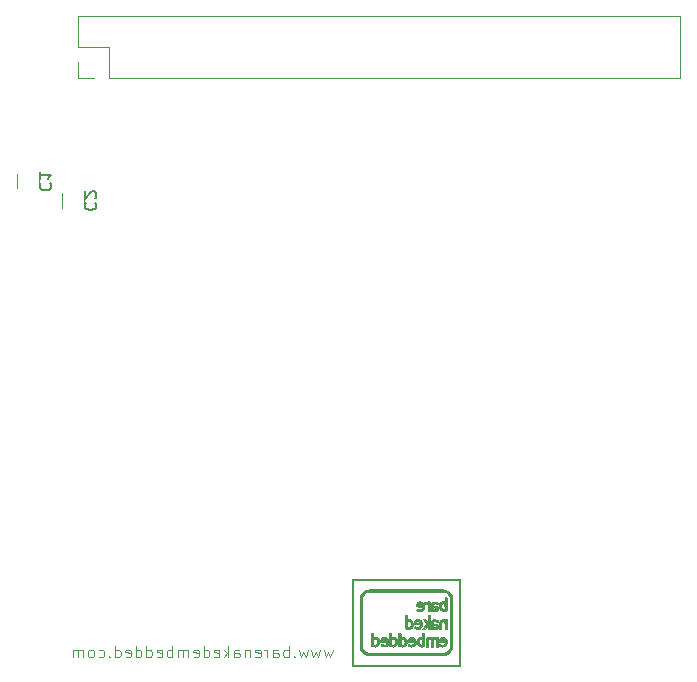
<source format=gbo>
G04 #@! TF.GenerationSoftware,KiCad,Pcbnew,(5.1.6-0-10_14)*
G04 #@! TF.CreationDate,2023-11-11T16:14:15-08:00*
G04 #@! TF.ProjectId,RaspberryPiProtoHat,52617370-6265-4727-9279-506950726f74,rev?*
G04 #@! TF.SameCoordinates,Original*
G04 #@! TF.FileFunction,Legend,Bot*
G04 #@! TF.FilePolarity,Positive*
%FSLAX46Y46*%
G04 Gerber Fmt 4.6, Leading zero omitted, Abs format (unit mm)*
G04 Created by KiCad (PCBNEW (5.1.6-0-10_14)) date 2023-11-11 16:14:15*
%MOMM*%
%LPD*%
G01*
G04 APERTURE LIST*
%ADD10C,0.075000*%
%ADD11C,0.120000*%
%ADD12C,0.010000*%
%ADD13C,0.150000*%
G04 APERTURE END LIST*
D10*
X228573619Y-148515714D02*
X228383142Y-149182380D01*
X228192666Y-148706190D01*
X228002190Y-149182380D01*
X227811714Y-148515714D01*
X227526000Y-148515714D02*
X227335523Y-149182380D01*
X227145047Y-148706190D01*
X226954571Y-149182380D01*
X226764095Y-148515714D01*
X226478380Y-148515714D02*
X226287904Y-149182380D01*
X226097428Y-148706190D01*
X225906952Y-149182380D01*
X225716476Y-148515714D01*
X225335523Y-149087142D02*
X225287904Y-149134761D01*
X225335523Y-149182380D01*
X225383142Y-149134761D01*
X225335523Y-149087142D01*
X225335523Y-149182380D01*
X224859333Y-149182380D02*
X224859333Y-148182380D01*
X224859333Y-148563333D02*
X224764095Y-148515714D01*
X224573619Y-148515714D01*
X224478380Y-148563333D01*
X224430761Y-148610952D01*
X224383142Y-148706190D01*
X224383142Y-148991904D01*
X224430761Y-149087142D01*
X224478380Y-149134761D01*
X224573619Y-149182380D01*
X224764095Y-149182380D01*
X224859333Y-149134761D01*
X223526000Y-149182380D02*
X223526000Y-148658571D01*
X223573619Y-148563333D01*
X223668857Y-148515714D01*
X223859333Y-148515714D01*
X223954571Y-148563333D01*
X223526000Y-149134761D02*
X223621238Y-149182380D01*
X223859333Y-149182380D01*
X223954571Y-149134761D01*
X224002190Y-149039523D01*
X224002190Y-148944285D01*
X223954571Y-148849047D01*
X223859333Y-148801428D01*
X223621238Y-148801428D01*
X223526000Y-148753809D01*
X223049809Y-149182380D02*
X223049809Y-148515714D01*
X223049809Y-148706190D02*
X223002190Y-148610952D01*
X222954571Y-148563333D01*
X222859333Y-148515714D01*
X222764095Y-148515714D01*
X222049809Y-149134761D02*
X222145047Y-149182380D01*
X222335523Y-149182380D01*
X222430761Y-149134761D01*
X222478380Y-149039523D01*
X222478380Y-148658571D01*
X222430761Y-148563333D01*
X222335523Y-148515714D01*
X222145047Y-148515714D01*
X222049809Y-148563333D01*
X222002190Y-148658571D01*
X222002190Y-148753809D01*
X222478380Y-148849047D01*
X221573619Y-148515714D02*
X221573619Y-149182380D01*
X221573619Y-148610952D02*
X221526000Y-148563333D01*
X221430761Y-148515714D01*
X221287904Y-148515714D01*
X221192666Y-148563333D01*
X221145047Y-148658571D01*
X221145047Y-149182380D01*
X220240285Y-149182380D02*
X220240285Y-148658571D01*
X220287904Y-148563333D01*
X220383142Y-148515714D01*
X220573619Y-148515714D01*
X220668857Y-148563333D01*
X220240285Y-149134761D02*
X220335523Y-149182380D01*
X220573619Y-149182380D01*
X220668857Y-149134761D01*
X220716476Y-149039523D01*
X220716476Y-148944285D01*
X220668857Y-148849047D01*
X220573619Y-148801428D01*
X220335523Y-148801428D01*
X220240285Y-148753809D01*
X219764095Y-149182380D02*
X219764095Y-148182380D01*
X219668857Y-148801428D02*
X219383142Y-149182380D01*
X219383142Y-148515714D02*
X219764095Y-148896666D01*
X218573619Y-149134761D02*
X218668857Y-149182380D01*
X218859333Y-149182380D01*
X218954571Y-149134761D01*
X219002190Y-149039523D01*
X219002190Y-148658571D01*
X218954571Y-148563333D01*
X218859333Y-148515714D01*
X218668857Y-148515714D01*
X218573619Y-148563333D01*
X218526000Y-148658571D01*
X218526000Y-148753809D01*
X219002190Y-148849047D01*
X217668857Y-149182380D02*
X217668857Y-148182380D01*
X217668857Y-149134761D02*
X217764095Y-149182380D01*
X217954571Y-149182380D01*
X218049809Y-149134761D01*
X218097428Y-149087142D01*
X218145047Y-148991904D01*
X218145047Y-148706190D01*
X218097428Y-148610952D01*
X218049809Y-148563333D01*
X217954571Y-148515714D01*
X217764095Y-148515714D01*
X217668857Y-148563333D01*
X216811714Y-149134761D02*
X216906952Y-149182380D01*
X217097428Y-149182380D01*
X217192666Y-149134761D01*
X217240285Y-149039523D01*
X217240285Y-148658571D01*
X217192666Y-148563333D01*
X217097428Y-148515714D01*
X216906952Y-148515714D01*
X216811714Y-148563333D01*
X216764095Y-148658571D01*
X216764095Y-148753809D01*
X217240285Y-148849047D01*
X216335523Y-149182380D02*
X216335523Y-148515714D01*
X216335523Y-148610952D02*
X216287904Y-148563333D01*
X216192666Y-148515714D01*
X216049809Y-148515714D01*
X215954571Y-148563333D01*
X215906952Y-148658571D01*
X215906952Y-149182380D01*
X215906952Y-148658571D02*
X215859333Y-148563333D01*
X215764095Y-148515714D01*
X215621238Y-148515714D01*
X215526000Y-148563333D01*
X215478380Y-148658571D01*
X215478380Y-149182380D01*
X215002190Y-149182380D02*
X215002190Y-148182380D01*
X215002190Y-148563333D02*
X214906952Y-148515714D01*
X214716476Y-148515714D01*
X214621238Y-148563333D01*
X214573619Y-148610952D01*
X214526000Y-148706190D01*
X214526000Y-148991904D01*
X214573619Y-149087142D01*
X214621238Y-149134761D01*
X214716476Y-149182380D01*
X214906952Y-149182380D01*
X215002190Y-149134761D01*
X213716476Y-149134761D02*
X213811714Y-149182380D01*
X214002190Y-149182380D01*
X214097428Y-149134761D01*
X214145047Y-149039523D01*
X214145047Y-148658571D01*
X214097428Y-148563333D01*
X214002190Y-148515714D01*
X213811714Y-148515714D01*
X213716476Y-148563333D01*
X213668857Y-148658571D01*
X213668857Y-148753809D01*
X214145047Y-148849047D01*
X212811714Y-149182380D02*
X212811714Y-148182380D01*
X212811714Y-149134761D02*
X212906952Y-149182380D01*
X213097428Y-149182380D01*
X213192666Y-149134761D01*
X213240285Y-149087142D01*
X213287904Y-148991904D01*
X213287904Y-148706190D01*
X213240285Y-148610952D01*
X213192666Y-148563333D01*
X213097428Y-148515714D01*
X212906952Y-148515714D01*
X212811714Y-148563333D01*
X211906952Y-149182380D02*
X211906952Y-148182380D01*
X211906952Y-149134761D02*
X212002190Y-149182380D01*
X212192666Y-149182380D01*
X212287904Y-149134761D01*
X212335523Y-149087142D01*
X212383142Y-148991904D01*
X212383142Y-148706190D01*
X212335523Y-148610952D01*
X212287904Y-148563333D01*
X212192666Y-148515714D01*
X212002190Y-148515714D01*
X211906952Y-148563333D01*
X211049809Y-149134761D02*
X211145047Y-149182380D01*
X211335523Y-149182380D01*
X211430761Y-149134761D01*
X211478380Y-149039523D01*
X211478380Y-148658571D01*
X211430761Y-148563333D01*
X211335523Y-148515714D01*
X211145047Y-148515714D01*
X211049809Y-148563333D01*
X211002190Y-148658571D01*
X211002190Y-148753809D01*
X211478380Y-148849047D01*
X210145047Y-149182380D02*
X210145047Y-148182380D01*
X210145047Y-149134761D02*
X210240285Y-149182380D01*
X210430761Y-149182380D01*
X210526000Y-149134761D01*
X210573619Y-149087142D01*
X210621238Y-148991904D01*
X210621238Y-148706190D01*
X210573619Y-148610952D01*
X210526000Y-148563333D01*
X210430761Y-148515714D01*
X210240285Y-148515714D01*
X210145047Y-148563333D01*
X209668857Y-149087142D02*
X209621238Y-149134761D01*
X209668857Y-149182380D01*
X209716476Y-149134761D01*
X209668857Y-149087142D01*
X209668857Y-149182380D01*
X208764095Y-149134761D02*
X208859333Y-149182380D01*
X209049809Y-149182380D01*
X209145047Y-149134761D01*
X209192666Y-149087142D01*
X209240285Y-148991904D01*
X209240285Y-148706190D01*
X209192666Y-148610952D01*
X209145047Y-148563333D01*
X209049809Y-148515714D01*
X208859333Y-148515714D01*
X208764095Y-148563333D01*
X208192666Y-149182380D02*
X208287904Y-149134761D01*
X208335523Y-149087142D01*
X208383142Y-148991904D01*
X208383142Y-148706190D01*
X208335523Y-148610952D01*
X208287904Y-148563333D01*
X208192666Y-148515714D01*
X208049809Y-148515714D01*
X207954571Y-148563333D01*
X207906952Y-148610952D01*
X207859333Y-148706190D01*
X207859333Y-148991904D01*
X207906952Y-149087142D01*
X207954571Y-149134761D01*
X208049809Y-149182380D01*
X208192666Y-149182380D01*
X207430761Y-149182380D02*
X207430761Y-148515714D01*
X207430761Y-148610952D02*
X207383142Y-148563333D01*
X207287904Y-148515714D01*
X207145047Y-148515714D01*
X207049809Y-148563333D01*
X207002190Y-148658571D01*
X207002190Y-149182380D01*
X207002190Y-148658571D02*
X206954571Y-148563333D01*
X206859333Y-148515714D01*
X206716476Y-148515714D01*
X206621238Y-148563333D01*
X206573619Y-148658571D01*
X206573619Y-149182380D01*
D11*
X205694000Y-111108064D02*
X205694000Y-109903936D01*
X207514000Y-111108064D02*
X207514000Y-109903936D01*
X201884000Y-109454064D02*
X201884000Y-108249936D01*
X203704000Y-109454064D02*
X203704000Y-108249936D01*
D12*
G36*
X235846296Y-144461361D02*
G01*
X235757273Y-144506017D01*
X235694066Y-144579381D01*
X235658139Y-144679969D01*
X235650086Y-144760389D01*
X235647923Y-144871154D01*
X235909133Y-144876622D01*
X236170344Y-144882090D01*
X236157774Y-144944939D01*
X236137490Y-145001449D01*
X236108790Y-145044201D01*
X236054605Y-145074662D01*
X235976379Y-145089035D01*
X235886138Y-145086276D01*
X235810242Y-145070080D01*
X235718561Y-145041734D01*
X235697896Y-145101013D01*
X235681374Y-145155826D01*
X235684489Y-145187527D01*
X235712278Y-145209253D01*
X235744988Y-145223843D01*
X235797640Y-145237074D01*
X235873937Y-145246161D01*
X235960016Y-145250589D01*
X236042019Y-145249841D01*
X236106086Y-145243402D01*
X236126615Y-145238056D01*
X236213072Y-145186157D01*
X236278666Y-145107975D01*
X236322104Y-145011051D01*
X236342098Y-144902923D01*
X236337355Y-144791131D01*
X236318390Y-144724616D01*
X236135496Y-144724616D01*
X235974748Y-144724616D01*
X235901032Y-144722845D01*
X235845114Y-144718129D01*
X235816111Y-144711365D01*
X235814000Y-144708812D01*
X235824437Y-144682150D01*
X235841408Y-144655525D01*
X235886372Y-144624026D01*
X235949144Y-144615801D01*
X236016788Y-144630003D01*
X236076371Y-144665781D01*
X236082210Y-144671329D01*
X236135496Y-144724616D01*
X236318390Y-144724616D01*
X236306584Y-144683215D01*
X236248496Y-144586714D01*
X236239880Y-144576545D01*
X236158741Y-144502010D01*
X236070587Y-144460663D01*
X235963390Y-144446939D01*
X235959669Y-144446895D01*
X235846296Y-144461361D01*
G37*
X235846296Y-144461361D02*
X235757273Y-144506017D01*
X235694066Y-144579381D01*
X235658139Y-144679969D01*
X235650086Y-144760389D01*
X235647923Y-144871154D01*
X235909133Y-144876622D01*
X236170344Y-144882090D01*
X236157774Y-144944939D01*
X236137490Y-145001449D01*
X236108790Y-145044201D01*
X236054605Y-145074662D01*
X235976379Y-145089035D01*
X235886138Y-145086276D01*
X235810242Y-145070080D01*
X235718561Y-145041734D01*
X235697896Y-145101013D01*
X235681374Y-145155826D01*
X235684489Y-145187527D01*
X235712278Y-145209253D01*
X235744988Y-145223843D01*
X235797640Y-145237074D01*
X235873937Y-145246161D01*
X235960016Y-145250589D01*
X236042019Y-145249841D01*
X236106086Y-145243402D01*
X236126615Y-145238056D01*
X236213072Y-145186157D01*
X236278666Y-145107975D01*
X236322104Y-145011051D01*
X236342098Y-144902923D01*
X236337355Y-144791131D01*
X236318390Y-144724616D01*
X236135496Y-144724616D01*
X235974748Y-144724616D01*
X235901032Y-144722845D01*
X235845114Y-144718129D01*
X235816111Y-144711365D01*
X235814000Y-144708812D01*
X235824437Y-144682150D01*
X235841408Y-144655525D01*
X235886372Y-144624026D01*
X235949144Y-144615801D01*
X236016788Y-144630003D01*
X236076371Y-144665781D01*
X236082210Y-144671329D01*
X236135496Y-144724616D01*
X236318390Y-144724616D01*
X236306584Y-144683215D01*
X236248496Y-144586714D01*
X236239880Y-144576545D01*
X236158741Y-144502010D01*
X236070587Y-144460663D01*
X235963390Y-144446939D01*
X235959669Y-144446895D01*
X235846296Y-144461361D01*
G36*
X236665301Y-144450043D02*
G01*
X236654457Y-144481082D01*
X236654154Y-144491020D01*
X236652200Y-144514292D01*
X236639812Y-144517332D01*
X236607196Y-144499973D01*
X236590654Y-144489940D01*
X236514233Y-144460764D01*
X236427756Y-144453240D01*
X236357271Y-144467104D01*
X236337921Y-144478306D01*
X236335076Y-144497463D01*
X236348888Y-144536053D01*
X236358477Y-144558069D01*
X236382718Y-144606558D01*
X236407560Y-144627921D01*
X236447568Y-144631529D01*
X236470476Y-144630144D01*
X236545352Y-144636258D01*
X236601155Y-144666224D01*
X236654154Y-144707913D01*
X236654154Y-145252154D01*
X236830000Y-145252154D01*
X236830000Y-144456190D01*
X236758563Y-144444598D01*
X236697413Y-144439033D01*
X236665301Y-144450043D01*
G37*
X236665301Y-144450043D02*
X236654457Y-144481082D01*
X236654154Y-144491020D01*
X236652200Y-144514292D01*
X236639812Y-144517332D01*
X236607196Y-144499973D01*
X236590654Y-144489940D01*
X236514233Y-144460764D01*
X236427756Y-144453240D01*
X236357271Y-144467104D01*
X236337921Y-144478306D01*
X236335076Y-144497463D01*
X236348888Y-144536053D01*
X236358477Y-144558069D01*
X236382718Y-144606558D01*
X236407560Y-144627921D01*
X236447568Y-144631529D01*
X236470476Y-144630144D01*
X236545352Y-144636258D01*
X236601155Y-144666224D01*
X236654154Y-144707913D01*
X236654154Y-145252154D01*
X236830000Y-145252154D01*
X236830000Y-144456190D01*
X236758563Y-144444598D01*
X236697413Y-144439033D01*
X236665301Y-144450043D01*
G36*
X237073588Y-144461946D02*
G01*
X237044064Y-144470972D01*
X236997739Y-144492780D01*
X236963278Y-144518280D01*
X236938945Y-144553243D01*
X236923003Y-144603439D01*
X236913717Y-144674637D01*
X236909349Y-144772609D01*
X236908165Y-144903123D01*
X236908154Y-144922635D01*
X236908154Y-145252154D01*
X236996077Y-145252154D01*
X237048516Y-145248544D01*
X237079968Y-145239409D01*
X237084000Y-145233980D01*
X237100599Y-145225576D01*
X237145828Y-145233541D01*
X237147371Y-145233980D01*
X237205001Y-145244707D01*
X237279057Y-145251233D01*
X237314951Y-145252154D01*
X237382180Y-145248723D01*
X237427501Y-145234450D01*
X237467775Y-145203365D01*
X237476272Y-145195042D01*
X237523203Y-145123323D01*
X237534418Y-145046125D01*
X237357538Y-145046125D01*
X237348381Y-145086384D01*
X237333115Y-145103406D01*
X237300406Y-145107399D01*
X237244895Y-145106020D01*
X237182278Y-145100592D01*
X237128252Y-145092436D01*
X237099776Y-145083752D01*
X237089106Y-145059466D01*
X237084061Y-145013167D01*
X237084000Y-145007259D01*
X237086551Y-144962732D01*
X237101858Y-144947233D01*
X237141406Y-144950735D01*
X237147500Y-144951809D01*
X237241889Y-144970150D01*
X237303744Y-144986950D01*
X237339364Y-145005037D01*
X237355047Y-145027241D01*
X237357538Y-145046125D01*
X237534418Y-145046125D01*
X237534886Y-145042905D01*
X237511061Y-144962498D01*
X237484417Y-144923419D01*
X237448076Y-144889592D01*
X237398711Y-144863132D01*
X237328935Y-144841438D01*
X237231360Y-144821910D01*
X237167038Y-144811727D01*
X237115121Y-144801947D01*
X237091158Y-144785704D01*
X237084348Y-144751535D01*
X237084000Y-144723586D01*
X237098375Y-144658078D01*
X237140212Y-144618940D01*
X237207580Y-144606792D01*
X237298544Y-144622255D01*
X237347769Y-144638807D01*
X237414494Y-144662271D01*
X237455441Y-144668399D01*
X237480683Y-144655407D01*
X237500290Y-144621512D01*
X237504883Y-144610991D01*
X237532573Y-144546213D01*
X237440171Y-144504690D01*
X237353622Y-144475977D01*
X237254318Y-144458486D01*
X237156296Y-144453411D01*
X237073588Y-144461946D01*
G37*
X237073588Y-144461946D02*
X237044064Y-144470972D01*
X236997739Y-144492780D01*
X236963278Y-144518280D01*
X236938945Y-144553243D01*
X236923003Y-144603439D01*
X236913717Y-144674637D01*
X236909349Y-144772609D01*
X236908165Y-144903123D01*
X236908154Y-144922635D01*
X236908154Y-145252154D01*
X236996077Y-145252154D01*
X237048516Y-145248544D01*
X237079968Y-145239409D01*
X237084000Y-145233980D01*
X237100599Y-145225576D01*
X237145828Y-145233541D01*
X237147371Y-145233980D01*
X237205001Y-145244707D01*
X237279057Y-145251233D01*
X237314951Y-145252154D01*
X237382180Y-145248723D01*
X237427501Y-145234450D01*
X237467775Y-145203365D01*
X237476272Y-145195042D01*
X237523203Y-145123323D01*
X237534418Y-145046125D01*
X237357538Y-145046125D01*
X237348381Y-145086384D01*
X237333115Y-145103406D01*
X237300406Y-145107399D01*
X237244895Y-145106020D01*
X237182278Y-145100592D01*
X237128252Y-145092436D01*
X237099776Y-145083752D01*
X237089106Y-145059466D01*
X237084061Y-145013167D01*
X237084000Y-145007259D01*
X237086551Y-144962732D01*
X237101858Y-144947233D01*
X237141406Y-144950735D01*
X237147500Y-144951809D01*
X237241889Y-144970150D01*
X237303744Y-144986950D01*
X237339364Y-145005037D01*
X237355047Y-145027241D01*
X237357538Y-145046125D01*
X237534418Y-145046125D01*
X237534886Y-145042905D01*
X237511061Y-144962498D01*
X237484417Y-144923419D01*
X237448076Y-144889592D01*
X237398711Y-144863132D01*
X237328935Y-144841438D01*
X237231360Y-144821910D01*
X237167038Y-144811727D01*
X237115121Y-144801947D01*
X237091158Y-144785704D01*
X237084348Y-144751535D01*
X237084000Y-144723586D01*
X237098375Y-144658078D01*
X237140212Y-144618940D01*
X237207580Y-144606792D01*
X237298544Y-144622255D01*
X237347769Y-144638807D01*
X237414494Y-144662271D01*
X237455441Y-144668399D01*
X237480683Y-144655407D01*
X237500290Y-144621512D01*
X237504883Y-144610991D01*
X237532573Y-144546213D01*
X237440171Y-144504690D01*
X237353622Y-144475977D01*
X237254318Y-144458486D01*
X237156296Y-144453411D01*
X237073588Y-144461946D01*
G36*
X238117940Y-144079846D02*
G01*
X238060923Y-144079846D01*
X238060923Y-144465187D01*
X237986866Y-144445420D01*
X237878947Y-144435240D01*
X237778454Y-144460843D01*
X237692440Y-144518935D01*
X237627956Y-144606224D01*
X237623642Y-144614995D01*
X237595357Y-144711336D01*
X237589894Y-144822463D01*
X237605304Y-144936592D01*
X237639642Y-145041938D01*
X237690960Y-145126715D01*
X237711805Y-145148645D01*
X237795237Y-145202520D01*
X237901162Y-145237933D01*
X238016522Y-145252645D01*
X238128257Y-145244415D01*
X238183038Y-145229445D01*
X238236769Y-145209821D01*
X238236769Y-145095846D01*
X238062126Y-145095846D01*
X238004181Y-145095846D01*
X237942111Y-145089066D01*
X237896127Y-145076795D01*
X237839844Y-145036165D01*
X237797758Y-144969046D01*
X237772095Y-144886148D01*
X237765080Y-144798178D01*
X237778938Y-144715845D01*
X237809085Y-144657920D01*
X237838651Y-144626596D01*
X237871993Y-144612249D01*
X237923835Y-144610033D01*
X237950739Y-144611323D01*
X238051154Y-144617154D01*
X238062126Y-145095846D01*
X238236769Y-145095846D01*
X238236769Y-144656693D01*
X238236816Y-144491441D01*
X238236388Y-144361127D01*
X238234633Y-144261612D01*
X238230699Y-144188760D01*
X238223734Y-144138431D01*
X238212884Y-144106490D01*
X238197298Y-144088797D01*
X238176123Y-144081215D01*
X238148507Y-144079606D01*
X238117940Y-144079846D01*
G37*
X238117940Y-144079846D02*
X238060923Y-144079846D01*
X238060923Y-144465187D01*
X237986866Y-144445420D01*
X237878947Y-144435240D01*
X237778454Y-144460843D01*
X237692440Y-144518935D01*
X237627956Y-144606224D01*
X237623642Y-144614995D01*
X237595357Y-144711336D01*
X237589894Y-144822463D01*
X237605304Y-144936592D01*
X237639642Y-145041938D01*
X237690960Y-145126715D01*
X237711805Y-145148645D01*
X237795237Y-145202520D01*
X237901162Y-145237933D01*
X238016522Y-145252645D01*
X238128257Y-145244415D01*
X238183038Y-145229445D01*
X238236769Y-145209821D01*
X238236769Y-145095846D01*
X238062126Y-145095846D01*
X238004181Y-145095846D01*
X237942111Y-145089066D01*
X237896127Y-145076795D01*
X237839844Y-145036165D01*
X237797758Y-144969046D01*
X237772095Y-144886148D01*
X237765080Y-144798178D01*
X237778938Y-144715845D01*
X237809085Y-144657920D01*
X237838651Y-144626596D01*
X237871993Y-144612249D01*
X237923835Y-144610033D01*
X237950739Y-144611323D01*
X238051154Y-144617154D01*
X238062126Y-145095846D01*
X238236769Y-145095846D01*
X238236769Y-144656693D01*
X238236816Y-144491441D01*
X238236388Y-144361127D01*
X238234633Y-144261612D01*
X238230699Y-144188760D01*
X238223734Y-144138431D01*
X238212884Y-144106490D01*
X238197298Y-144088797D01*
X238176123Y-144081215D01*
X238148507Y-144079606D01*
X238117940Y-144079846D01*
G36*
X234680769Y-146714301D02*
G01*
X234779423Y-146735458D01*
X234872929Y-146749388D01*
X234975432Y-146754947D01*
X235074215Y-146752322D01*
X235156559Y-146741705D01*
X235198538Y-146729213D01*
X235277937Y-146674219D01*
X235336189Y-146593586D01*
X235372449Y-146495061D01*
X235382783Y-146411416D01*
X235208145Y-146411416D01*
X235189875Y-146488002D01*
X235150843Y-146549172D01*
X235103640Y-146580934D01*
X235047612Y-146593994D01*
X234977143Y-146598825D01*
X234912745Y-146594713D01*
X234887521Y-146588448D01*
X234872417Y-146564026D01*
X234861642Y-146510505D01*
X234855197Y-146437621D01*
X234853082Y-146355112D01*
X234855297Y-146272715D01*
X234861841Y-146200167D01*
X234872715Y-146147204D01*
X234887521Y-146123706D01*
X234966267Y-146112657D01*
X235058894Y-146131378D01*
X235082638Y-146140451D01*
X235142900Y-146183932D01*
X235184206Y-146249904D01*
X235206105Y-146328891D01*
X235208145Y-146411416D01*
X235382783Y-146411416D01*
X235385875Y-146386394D01*
X235375620Y-146275333D01*
X235340842Y-146169626D01*
X235280697Y-146077022D01*
X235270771Y-146066141D01*
X235194054Y-146000526D01*
X235110488Y-145963493D01*
X235007489Y-145950027D01*
X234978731Y-145949742D01*
X234856615Y-145950639D01*
X234856615Y-145779333D01*
X234855302Y-145690664D01*
X234848473Y-145633943D01*
X234831796Y-145602061D01*
X234800939Y-145587906D01*
X234751569Y-145584368D01*
X234737787Y-145584308D01*
X234680769Y-145584308D01*
X234680769Y-146714301D01*
G37*
X234680769Y-146714301D02*
X234779423Y-146735458D01*
X234872929Y-146749388D01*
X234975432Y-146754947D01*
X235074215Y-146752322D01*
X235156559Y-146741705D01*
X235198538Y-146729213D01*
X235277937Y-146674219D01*
X235336189Y-146593586D01*
X235372449Y-146495061D01*
X235382783Y-146411416D01*
X235208145Y-146411416D01*
X235189875Y-146488002D01*
X235150843Y-146549172D01*
X235103640Y-146580934D01*
X235047612Y-146593994D01*
X234977143Y-146598825D01*
X234912745Y-146594713D01*
X234887521Y-146588448D01*
X234872417Y-146564026D01*
X234861642Y-146510505D01*
X234855197Y-146437621D01*
X234853082Y-146355112D01*
X234855297Y-146272715D01*
X234861841Y-146200167D01*
X234872715Y-146147204D01*
X234887521Y-146123706D01*
X234966267Y-146112657D01*
X235058894Y-146131378D01*
X235082638Y-146140451D01*
X235142900Y-146183932D01*
X235184206Y-146249904D01*
X235206105Y-146328891D01*
X235208145Y-146411416D01*
X235382783Y-146411416D01*
X235385875Y-146386394D01*
X235375620Y-146275333D01*
X235340842Y-146169626D01*
X235280697Y-146077022D01*
X235270771Y-146066141D01*
X235194054Y-146000526D01*
X235110488Y-145963493D01*
X235007489Y-145950027D01*
X234978731Y-145949742D01*
X234856615Y-145950639D01*
X234856615Y-145779333D01*
X234855302Y-145690664D01*
X234848473Y-145633943D01*
X234831796Y-145602061D01*
X234800939Y-145587906D01*
X234751569Y-145584368D01*
X234737787Y-145584308D01*
X234680769Y-145584308D01*
X234680769Y-146714301D01*
G36*
X235662290Y-145962625D02*
G01*
X235601777Y-145986359D01*
X235530864Y-146050152D01*
X235483523Y-146140679D01*
X235462935Y-146251339D01*
X235462308Y-146275699D01*
X235462308Y-146385385D01*
X235970308Y-146385385D01*
X235970308Y-146432633D01*
X235960364Y-146502366D01*
X235925865Y-146549427D01*
X235890756Y-146571723D01*
X235807136Y-146595703D01*
X235706345Y-146594406D01*
X235609594Y-146571023D01*
X235561641Y-146554942D01*
X235533288Y-146547350D01*
X235530219Y-146547457D01*
X235524054Y-146566845D01*
X235511148Y-146610135D01*
X235506800Y-146624981D01*
X235495098Y-146674114D01*
X235500018Y-146700984D01*
X235524656Y-146719988D01*
X235527560Y-146721593D01*
X235565676Y-146732747D01*
X235631129Y-146742669D01*
X235712181Y-146749754D01*
X235745615Y-146751407D01*
X235834370Y-146753509D01*
X235895438Y-146750600D01*
X235940062Y-146741054D01*
X235979484Y-146723242D01*
X235992610Y-146715667D01*
X236073022Y-146647769D01*
X236124371Y-146556370D01*
X236147700Y-146439305D01*
X236149438Y-146389426D01*
X236136954Y-146250387D01*
X236122918Y-146209390D01*
X235926134Y-146209390D01*
X235898646Y-146222346D01*
X235835086Y-146228306D01*
X235784692Y-146229077D01*
X235705664Y-146227246D01*
X235659441Y-146220999D01*
X235639889Y-146209212D01*
X235638154Y-146202162D01*
X235654984Y-146161736D01*
X235698472Y-146135351D01*
X235758120Y-146124960D01*
X235823425Y-146132514D01*
X235879850Y-146157235D01*
X235919288Y-146188124D01*
X235926134Y-146209390D01*
X236122918Y-146209390D01*
X236098906Y-146139255D01*
X236033824Y-146053171D01*
X235944938Y-145991641D01*
X235855477Y-145961317D01*
X235756171Y-145951567D01*
X235662290Y-145962625D01*
G37*
X235662290Y-145962625D02*
X235601777Y-145986359D01*
X235530864Y-146050152D01*
X235483523Y-146140679D01*
X235462935Y-146251339D01*
X235462308Y-146275699D01*
X235462308Y-146385385D01*
X235970308Y-146385385D01*
X235970308Y-146432633D01*
X235960364Y-146502366D01*
X235925865Y-146549427D01*
X235890756Y-146571723D01*
X235807136Y-146595703D01*
X235706345Y-146594406D01*
X235609594Y-146571023D01*
X235561641Y-146554942D01*
X235533288Y-146547350D01*
X235530219Y-146547457D01*
X235524054Y-146566845D01*
X235511148Y-146610135D01*
X235506800Y-146624981D01*
X235495098Y-146674114D01*
X235500018Y-146700984D01*
X235524656Y-146719988D01*
X235527560Y-146721593D01*
X235565676Y-146732747D01*
X235631129Y-146742669D01*
X235712181Y-146749754D01*
X235745615Y-146751407D01*
X235834370Y-146753509D01*
X235895438Y-146750600D01*
X235940062Y-146741054D01*
X235979484Y-146723242D01*
X235992610Y-146715667D01*
X236073022Y-146647769D01*
X236124371Y-146556370D01*
X236147700Y-146439305D01*
X236149438Y-146389426D01*
X236136954Y-146250387D01*
X236122918Y-146209390D01*
X235926134Y-146209390D01*
X235898646Y-146222346D01*
X235835086Y-146228306D01*
X235784692Y-146229077D01*
X235705664Y-146227246D01*
X235659441Y-146220999D01*
X235639889Y-146209212D01*
X235638154Y-146202162D01*
X235654984Y-146161736D01*
X235698472Y-146135351D01*
X235758120Y-146124960D01*
X235823425Y-146132514D01*
X235879850Y-146157235D01*
X235919288Y-146188124D01*
X235926134Y-146209390D01*
X236122918Y-146209390D01*
X236098906Y-146139255D01*
X236033824Y-146053171D01*
X235944938Y-145991641D01*
X235855477Y-145961317D01*
X235756171Y-145951567D01*
X235662290Y-145962625D01*
G36*
X237073588Y-145966407D02*
G01*
X237044064Y-145975433D01*
X236997739Y-145997241D01*
X236963278Y-146022742D01*
X236938945Y-146057705D01*
X236923003Y-146107901D01*
X236913717Y-146179099D01*
X236909349Y-146277070D01*
X236908165Y-146407585D01*
X236908154Y-146427097D01*
X236908154Y-146756616D01*
X236996077Y-146756616D01*
X237048516Y-146753005D01*
X237079968Y-146743871D01*
X237084000Y-146738441D01*
X237100599Y-146730037D01*
X237145828Y-146738002D01*
X237147371Y-146738441D01*
X237205001Y-146749169D01*
X237279057Y-146755695D01*
X237314951Y-146756616D01*
X237382180Y-146753185D01*
X237427501Y-146738912D01*
X237467775Y-146707826D01*
X237476272Y-146699503D01*
X237523203Y-146627784D01*
X237534418Y-146550587D01*
X237357538Y-146550587D01*
X237348381Y-146590846D01*
X237333115Y-146607868D01*
X237300406Y-146611861D01*
X237244895Y-146610482D01*
X237182278Y-146605053D01*
X237128252Y-146596897D01*
X237099776Y-146588214D01*
X237089106Y-146563928D01*
X237084061Y-146517628D01*
X237084000Y-146511720D01*
X237086551Y-146467193D01*
X237101858Y-146451695D01*
X237141406Y-146455197D01*
X237147500Y-146456271D01*
X237241889Y-146474611D01*
X237303744Y-146491411D01*
X237339364Y-146509499D01*
X237355047Y-146531703D01*
X237357538Y-146550587D01*
X237534418Y-146550587D01*
X237534886Y-146547367D01*
X237511061Y-146466959D01*
X237484417Y-146427881D01*
X237448076Y-146394054D01*
X237398711Y-146367593D01*
X237328935Y-146345899D01*
X237231360Y-146326372D01*
X237167038Y-146316189D01*
X237115121Y-146306408D01*
X237091158Y-146290166D01*
X237084348Y-146255997D01*
X237084000Y-146228047D01*
X237098375Y-146162540D01*
X237140212Y-146123401D01*
X237207580Y-146111253D01*
X237298544Y-146126717D01*
X237347769Y-146143269D01*
X237414494Y-146166733D01*
X237455441Y-146172860D01*
X237480683Y-146159868D01*
X237500290Y-146125974D01*
X237504883Y-146115453D01*
X237532573Y-146050675D01*
X237440171Y-146009152D01*
X237353622Y-145980439D01*
X237254318Y-145962947D01*
X237156296Y-145957872D01*
X237073588Y-145966407D01*
G37*
X237073588Y-145966407D02*
X237044064Y-145975433D01*
X236997739Y-145997241D01*
X236963278Y-146022742D01*
X236938945Y-146057705D01*
X236923003Y-146107901D01*
X236913717Y-146179099D01*
X236909349Y-146277070D01*
X236908165Y-146407585D01*
X236908154Y-146427097D01*
X236908154Y-146756616D01*
X236996077Y-146756616D01*
X237048516Y-146753005D01*
X237079968Y-146743871D01*
X237084000Y-146738441D01*
X237100599Y-146730037D01*
X237145828Y-146738002D01*
X237147371Y-146738441D01*
X237205001Y-146749169D01*
X237279057Y-146755695D01*
X237314951Y-146756616D01*
X237382180Y-146753185D01*
X237427501Y-146738912D01*
X237467775Y-146707826D01*
X237476272Y-146699503D01*
X237523203Y-146627784D01*
X237534418Y-146550587D01*
X237357538Y-146550587D01*
X237348381Y-146590846D01*
X237333115Y-146607868D01*
X237300406Y-146611861D01*
X237244895Y-146610482D01*
X237182278Y-146605053D01*
X237128252Y-146596897D01*
X237099776Y-146588214D01*
X237089106Y-146563928D01*
X237084061Y-146517628D01*
X237084000Y-146511720D01*
X237086551Y-146467193D01*
X237101858Y-146451695D01*
X237141406Y-146455197D01*
X237147500Y-146456271D01*
X237241889Y-146474611D01*
X237303744Y-146491411D01*
X237339364Y-146509499D01*
X237355047Y-146531703D01*
X237357538Y-146550587D01*
X237534418Y-146550587D01*
X237534886Y-146547367D01*
X237511061Y-146466959D01*
X237484417Y-146427881D01*
X237448076Y-146394054D01*
X237398711Y-146367593D01*
X237328935Y-146345899D01*
X237231360Y-146326372D01*
X237167038Y-146316189D01*
X237115121Y-146306408D01*
X237091158Y-146290166D01*
X237084348Y-146255997D01*
X237084000Y-146228047D01*
X237098375Y-146162540D01*
X237140212Y-146123401D01*
X237207580Y-146111253D01*
X237298544Y-146126717D01*
X237347769Y-146143269D01*
X237414494Y-146166733D01*
X237455441Y-146172860D01*
X237480683Y-146159868D01*
X237500290Y-146125974D01*
X237504883Y-146115453D01*
X237532573Y-146050675D01*
X237440171Y-146009152D01*
X237353622Y-145980439D01*
X237254318Y-145962947D01*
X237156296Y-145957872D01*
X237073588Y-145966407D01*
G36*
X238070852Y-145962487D02*
G01*
X238069568Y-145964127D01*
X238039519Y-145980890D01*
X238020721Y-145973969D01*
X237975364Y-145960480D01*
X237907183Y-145956232D01*
X237831167Y-145960607D01*
X237762306Y-145972985D01*
X237726260Y-145986144D01*
X237686656Y-146012228D01*
X237657064Y-146047544D01*
X237636131Y-146097595D01*
X237622507Y-146167884D01*
X237614840Y-146263914D01*
X237611777Y-146391186D01*
X237611538Y-146453142D01*
X237611538Y-146756616D01*
X237787385Y-146756616D01*
X237787385Y-146463989D01*
X237787561Y-146351452D01*
X237788749Y-146271513D01*
X237791932Y-146217693D01*
X237798099Y-146183512D01*
X237808233Y-146162491D01*
X237823322Y-146148150D01*
X237836841Y-146138957D01*
X237881065Y-146118704D01*
X237932837Y-146117632D01*
X237968726Y-146123920D01*
X238051154Y-146141288D01*
X238056535Y-146448952D01*
X238061915Y-146756616D01*
X238236769Y-146756616D01*
X238236769Y-145960652D01*
X238163500Y-145948553D01*
X238103898Y-145945587D01*
X238070852Y-145962487D01*
G37*
X238070852Y-145962487D02*
X238069568Y-145964127D01*
X238039519Y-145980890D01*
X238020721Y-145973969D01*
X237975364Y-145960480D01*
X237907183Y-145956232D01*
X237831167Y-145960607D01*
X237762306Y-145972985D01*
X237726260Y-145986144D01*
X237686656Y-146012228D01*
X237657064Y-146047544D01*
X237636131Y-146097595D01*
X237622507Y-146167884D01*
X237614840Y-146263914D01*
X237611777Y-146391186D01*
X237611538Y-146453142D01*
X237611538Y-146756616D01*
X237787385Y-146756616D01*
X237787385Y-146463989D01*
X237787561Y-146351452D01*
X237788749Y-146271513D01*
X237791932Y-146217693D01*
X237798099Y-146183512D01*
X237808233Y-146162491D01*
X237823322Y-146148150D01*
X237836841Y-146138957D01*
X237881065Y-146118704D01*
X237932837Y-146117632D01*
X237968726Y-146123920D01*
X238051154Y-146141288D01*
X238056535Y-146448952D01*
X238061915Y-146756616D01*
X238236769Y-146756616D01*
X238236769Y-145960652D01*
X238163500Y-145948553D01*
X238103898Y-145945587D01*
X238070852Y-145962487D01*
G36*
X236681801Y-145585492D02*
G01*
X236670112Y-145592200D01*
X236662266Y-145610291D01*
X236657478Y-145645357D01*
X236654963Y-145702990D01*
X236653938Y-145788781D01*
X236653629Y-145901808D01*
X236653104Y-146219308D01*
X236531514Y-146086023D01*
X236409923Y-145952737D01*
X236307908Y-145959023D01*
X236205893Y-145965308D01*
X236372135Y-146149096D01*
X236538376Y-146332884D01*
X236492460Y-146383557D01*
X236421842Y-146462277D01*
X236352590Y-146540853D01*
X236289518Y-146613666D01*
X236237438Y-146675096D01*
X236201163Y-146719525D01*
X236185504Y-146741333D01*
X236185231Y-146742285D01*
X236202806Y-146749512D01*
X236247762Y-146756439D01*
X236283305Y-146759615D01*
X236381379Y-146766385D01*
X236644385Y-146444895D01*
X236650059Y-146600755D01*
X236655734Y-146756616D01*
X236830000Y-146756616D01*
X236830000Y-145608404D01*
X236786038Y-145596623D01*
X236729453Y-145586662D01*
X236698115Y-145584575D01*
X236681801Y-145585492D01*
G37*
X236681801Y-145585492D02*
X236670112Y-145592200D01*
X236662266Y-145610291D01*
X236657478Y-145645357D01*
X236654963Y-145702990D01*
X236653938Y-145788781D01*
X236653629Y-145901808D01*
X236653104Y-146219308D01*
X236531514Y-146086023D01*
X236409923Y-145952737D01*
X236307908Y-145959023D01*
X236205893Y-145965308D01*
X236372135Y-146149096D01*
X236538376Y-146332884D01*
X236492460Y-146383557D01*
X236421842Y-146462277D01*
X236352590Y-146540853D01*
X236289518Y-146613666D01*
X236237438Y-146675096D01*
X236201163Y-146719525D01*
X236185504Y-146741333D01*
X236185231Y-146742285D01*
X236202806Y-146749512D01*
X236247762Y-146756439D01*
X236283305Y-146759615D01*
X236381379Y-146766385D01*
X236644385Y-146444895D01*
X236650059Y-146600755D01*
X236655734Y-146756616D01*
X236830000Y-146756616D01*
X236830000Y-145608404D01*
X236786038Y-145596623D01*
X236729453Y-145586662D01*
X236698115Y-145584575D01*
X236681801Y-145585492D01*
G36*
X231847692Y-148218762D02*
G01*
X231946346Y-148239920D01*
X232059669Y-148256857D01*
X232173618Y-148261110D01*
X232276679Y-148253082D01*
X232357337Y-148233176D01*
X232375536Y-148224900D01*
X232458365Y-148159788D01*
X232515214Y-148068977D01*
X232544335Y-147957421D01*
X232544054Y-147856353D01*
X232371117Y-147856353D01*
X232369021Y-147948140D01*
X232339510Y-148023604D01*
X232283980Y-148076012D01*
X232277153Y-148079673D01*
X232216560Y-148097670D01*
X232141178Y-148104297D01*
X232072752Y-148098263D01*
X232054444Y-148092910D01*
X232040686Y-148081493D01*
X232031600Y-148055419D01*
X232026309Y-148008090D01*
X232023935Y-147932908D01*
X232023538Y-147860539D01*
X232024273Y-147759325D01*
X232028406Y-147690812D01*
X232038834Y-147648626D01*
X232058454Y-147626396D01*
X232090161Y-147617748D01*
X232134530Y-147616308D01*
X232222282Y-147634014D01*
X232295718Y-147682542D01*
X232344404Y-147754978D01*
X232371117Y-147856353D01*
X232544054Y-147856353D01*
X232543980Y-147830076D01*
X232534715Y-147773522D01*
X232491759Y-147653222D01*
X232420689Y-147558373D01*
X232325237Y-147491978D01*
X232209133Y-147457043D01*
X232135885Y-147452348D01*
X232023538Y-147453795D01*
X232023538Y-147283142D01*
X232022212Y-147194648D01*
X232015332Y-147138091D01*
X231998543Y-147106349D01*
X231967493Y-147092300D01*
X231917826Y-147088823D01*
X231904710Y-147088770D01*
X231847692Y-147088770D01*
X231847692Y-148218762D01*
G37*
X231847692Y-148218762D02*
X231946346Y-148239920D01*
X232059669Y-148256857D01*
X232173618Y-148261110D01*
X232276679Y-148253082D01*
X232357337Y-148233176D01*
X232375536Y-148224900D01*
X232458365Y-148159788D01*
X232515214Y-148068977D01*
X232544335Y-147957421D01*
X232544054Y-147856353D01*
X232371117Y-147856353D01*
X232369021Y-147948140D01*
X232339510Y-148023604D01*
X232283980Y-148076012D01*
X232277153Y-148079673D01*
X232216560Y-148097670D01*
X232141178Y-148104297D01*
X232072752Y-148098263D01*
X232054444Y-148092910D01*
X232040686Y-148081493D01*
X232031600Y-148055419D01*
X232026309Y-148008090D01*
X232023935Y-147932908D01*
X232023538Y-147860539D01*
X232024273Y-147759325D01*
X232028406Y-147690812D01*
X232038834Y-147648626D01*
X232058454Y-147626396D01*
X232090161Y-147617748D01*
X232134530Y-147616308D01*
X232222282Y-147634014D01*
X232295718Y-147682542D01*
X232344404Y-147754978D01*
X232371117Y-147856353D01*
X232544054Y-147856353D01*
X232543980Y-147830076D01*
X232534715Y-147773522D01*
X232491759Y-147653222D01*
X232420689Y-147558373D01*
X232325237Y-147491978D01*
X232209133Y-147457043D01*
X232135885Y-147452348D01*
X232023538Y-147453795D01*
X232023538Y-147283142D01*
X232022212Y-147194648D01*
X232015332Y-147138091D01*
X231998543Y-147106349D01*
X231967493Y-147092300D01*
X231917826Y-147088823D01*
X231904710Y-147088770D01*
X231847692Y-147088770D01*
X231847692Y-148218762D01*
G36*
X232858271Y-147459020D02*
G01*
X232761721Y-147493412D01*
X232692639Y-147548805D01*
X232648933Y-147628616D01*
X232628508Y-147736261D01*
X232627160Y-147836116D01*
X232629231Y-147889846D01*
X232883231Y-147889846D01*
X232986987Y-147890200D01*
X233057885Y-147891882D01*
X233102139Y-147895826D01*
X233125968Y-147902968D01*
X233135585Y-147914239D01*
X233137231Y-147928004D01*
X233121061Y-148005364D01*
X233075167Y-148061196D01*
X233003468Y-148093847D01*
X232909886Y-148101663D01*
X232798341Y-148082991D01*
X232781338Y-148078115D01*
X232692774Y-148051461D01*
X232671611Y-148120416D01*
X232660091Y-148169596D01*
X232658932Y-148202058D01*
X232660084Y-148204962D01*
X232692693Y-148226706D01*
X232754007Y-148243358D01*
X232833911Y-148254299D01*
X232922290Y-148258914D01*
X233009030Y-148256584D01*
X233084016Y-148246691D01*
X233127461Y-148233496D01*
X233213187Y-148178663D01*
X233271567Y-148100927D01*
X233304253Y-147997164D01*
X233313077Y-147882642D01*
X233297422Y-147756241D01*
X233277111Y-147705235D01*
X233093818Y-147705235D01*
X233080568Y-147721531D01*
X233030062Y-147730672D01*
X232941579Y-147733539D01*
X232780772Y-147733539D01*
X232809818Y-147689577D01*
X232862655Y-147638271D01*
X232928771Y-147623606D01*
X233007493Y-147645723D01*
X233011444Y-147647645D01*
X233070536Y-147680900D01*
X233093818Y-147705235D01*
X233277111Y-147705235D01*
X233253542Y-147646048D01*
X233186062Y-147556372D01*
X233099610Y-147491523D01*
X232998811Y-147455810D01*
X232888291Y-147453540D01*
X232858271Y-147459020D01*
G37*
X232858271Y-147459020D02*
X232761721Y-147493412D01*
X232692639Y-147548805D01*
X232648933Y-147628616D01*
X232628508Y-147736261D01*
X232627160Y-147836116D01*
X232629231Y-147889846D01*
X232883231Y-147889846D01*
X232986987Y-147890200D01*
X233057885Y-147891882D01*
X233102139Y-147895826D01*
X233125968Y-147902968D01*
X233135585Y-147914239D01*
X233137231Y-147928004D01*
X233121061Y-148005364D01*
X233075167Y-148061196D01*
X233003468Y-148093847D01*
X232909886Y-148101663D01*
X232798341Y-148082991D01*
X232781338Y-148078115D01*
X232692774Y-148051461D01*
X232671611Y-148120416D01*
X232660091Y-148169596D01*
X232658932Y-148202058D01*
X232660084Y-148204962D01*
X232692693Y-148226706D01*
X232754007Y-148243358D01*
X232833911Y-148254299D01*
X232922290Y-148258914D01*
X233009030Y-148256584D01*
X233084016Y-148246691D01*
X233127461Y-148233496D01*
X233213187Y-148178663D01*
X233271567Y-148100927D01*
X233304253Y-147997164D01*
X233313077Y-147882642D01*
X233297422Y-147756241D01*
X233277111Y-147705235D01*
X233093818Y-147705235D01*
X233080568Y-147721531D01*
X233030062Y-147730672D01*
X232941579Y-147733539D01*
X232780772Y-147733539D01*
X232809818Y-147689577D01*
X232862655Y-147638271D01*
X232928771Y-147623606D01*
X233007493Y-147645723D01*
X233011444Y-147647645D01*
X233070536Y-147680900D01*
X233093818Y-147705235D01*
X233277111Y-147705235D01*
X233253542Y-147646048D01*
X233186062Y-147556372D01*
X233099610Y-147491523D01*
X232998811Y-147455810D01*
X232888291Y-147453540D01*
X232858271Y-147459020D01*
G36*
X233371692Y-148218762D02*
G01*
X233470346Y-148239920D01*
X233583669Y-148256857D01*
X233697618Y-148261110D01*
X233800679Y-148253082D01*
X233881337Y-148233176D01*
X233899536Y-148224900D01*
X233982365Y-148159788D01*
X234039214Y-148068977D01*
X234068335Y-147957421D01*
X234068054Y-147856353D01*
X233895117Y-147856353D01*
X233893021Y-147948140D01*
X233863510Y-148023604D01*
X233807980Y-148076012D01*
X233801153Y-148079673D01*
X233740560Y-148097670D01*
X233665178Y-148104297D01*
X233596752Y-148098263D01*
X233578444Y-148092910D01*
X233564686Y-148081493D01*
X233555600Y-148055419D01*
X233550309Y-148008090D01*
X233547935Y-147932908D01*
X233547538Y-147860539D01*
X233548273Y-147759325D01*
X233552406Y-147690812D01*
X233562834Y-147648626D01*
X233582454Y-147626396D01*
X233614161Y-147617748D01*
X233658530Y-147616308D01*
X233746282Y-147634014D01*
X233819718Y-147682542D01*
X233868404Y-147754978D01*
X233895117Y-147856353D01*
X234068054Y-147856353D01*
X234067980Y-147830076D01*
X234058715Y-147773522D01*
X234015759Y-147653222D01*
X233944689Y-147558373D01*
X233849237Y-147491978D01*
X233733133Y-147457043D01*
X233659885Y-147452348D01*
X233547538Y-147453795D01*
X233547538Y-147283142D01*
X233546212Y-147194648D01*
X233539332Y-147138091D01*
X233522543Y-147106349D01*
X233491493Y-147092300D01*
X233441826Y-147088823D01*
X233428710Y-147088770D01*
X233371692Y-147088770D01*
X233371692Y-148218762D01*
G37*
X233371692Y-148218762D02*
X233470346Y-148239920D01*
X233583669Y-148256857D01*
X233697618Y-148261110D01*
X233800679Y-148253082D01*
X233881337Y-148233176D01*
X233899536Y-148224900D01*
X233982365Y-148159788D01*
X234039214Y-148068977D01*
X234068335Y-147957421D01*
X234068054Y-147856353D01*
X233895117Y-147856353D01*
X233893021Y-147948140D01*
X233863510Y-148023604D01*
X233807980Y-148076012D01*
X233801153Y-148079673D01*
X233740560Y-148097670D01*
X233665178Y-148104297D01*
X233596752Y-148098263D01*
X233578444Y-148092910D01*
X233564686Y-148081493D01*
X233555600Y-148055419D01*
X233550309Y-148008090D01*
X233547935Y-147932908D01*
X233547538Y-147860539D01*
X233548273Y-147759325D01*
X233552406Y-147690812D01*
X233562834Y-147648626D01*
X233582454Y-147626396D01*
X233614161Y-147617748D01*
X233658530Y-147616308D01*
X233746282Y-147634014D01*
X233819718Y-147682542D01*
X233868404Y-147754978D01*
X233895117Y-147856353D01*
X234068054Y-147856353D01*
X234067980Y-147830076D01*
X234058715Y-147773522D01*
X234015759Y-147653222D01*
X233944689Y-147558373D01*
X233849237Y-147491978D01*
X233733133Y-147457043D01*
X233659885Y-147452348D01*
X233547538Y-147453795D01*
X233547538Y-147283142D01*
X233546212Y-147194648D01*
X233539332Y-147138091D01*
X233522543Y-147106349D01*
X233491493Y-147092300D01*
X233441826Y-147088823D01*
X233428710Y-147088770D01*
X233371692Y-147088770D01*
X233371692Y-148218762D01*
G36*
X234153231Y-148217361D02*
G01*
X234240037Y-148239219D01*
X234305354Y-148250460D01*
X234390394Y-148258283D01*
X234469614Y-148260892D01*
X234555003Y-148257988D01*
X234616552Y-148247386D01*
X234669241Y-148225858D01*
X234692047Y-148212952D01*
X234769481Y-148144687D01*
X234821868Y-148051154D01*
X234847033Y-147938770D01*
X234846120Y-147911800D01*
X234670201Y-147911800D01*
X234653787Y-147990387D01*
X234616898Y-148051823D01*
X234587280Y-148074889D01*
X234527358Y-148093870D01*
X234448709Y-148099966D01*
X234436538Y-148099579D01*
X234338846Y-148095000D01*
X234338846Y-147626077D01*
X234441835Y-147626934D01*
X234511038Y-147631623D01*
X234557683Y-147647806D01*
X234594650Y-147677616D01*
X234640827Y-147744965D01*
X234665946Y-147826510D01*
X234670201Y-147911800D01*
X234846120Y-147911800D01*
X234842804Y-147813949D01*
X234837408Y-147783981D01*
X234794974Y-147658435D01*
X234726670Y-147561490D01*
X234634195Y-147494568D01*
X234519247Y-147459093D01*
X234443058Y-147453487D01*
X234329077Y-147453487D01*
X234329077Y-147283177D01*
X234327591Y-147194950D01*
X234319886Y-147138606D01*
X234301090Y-147106975D01*
X234266332Y-147092884D01*
X234210741Y-147089164D01*
X234197192Y-147089036D01*
X234153231Y-147088770D01*
X234153231Y-148217361D01*
G37*
X234153231Y-148217361D02*
X234240037Y-148239219D01*
X234305354Y-148250460D01*
X234390394Y-148258283D01*
X234469614Y-148260892D01*
X234555003Y-148257988D01*
X234616552Y-148247386D01*
X234669241Y-148225858D01*
X234692047Y-148212952D01*
X234769481Y-148144687D01*
X234821868Y-148051154D01*
X234847033Y-147938770D01*
X234846120Y-147911800D01*
X234670201Y-147911800D01*
X234653787Y-147990387D01*
X234616898Y-148051823D01*
X234587280Y-148074889D01*
X234527358Y-148093870D01*
X234448709Y-148099966D01*
X234436538Y-148099579D01*
X234338846Y-148095000D01*
X234338846Y-147626077D01*
X234441835Y-147626934D01*
X234511038Y-147631623D01*
X234557683Y-147647806D01*
X234594650Y-147677616D01*
X234640827Y-147744965D01*
X234665946Y-147826510D01*
X234670201Y-147911800D01*
X234846120Y-147911800D01*
X234842804Y-147813949D01*
X234837408Y-147783981D01*
X234794974Y-147658435D01*
X234726670Y-147561490D01*
X234634195Y-147494568D01*
X234519247Y-147459093D01*
X234443058Y-147453487D01*
X234329077Y-147453487D01*
X234329077Y-147283177D01*
X234327591Y-147194950D01*
X234319886Y-147138606D01*
X234301090Y-147106975D01*
X234266332Y-147092884D01*
X234210741Y-147089164D01*
X234197192Y-147089036D01*
X234153231Y-147088770D01*
X234153231Y-148217361D01*
G36*
X235123372Y-147470284D02*
G01*
X235034350Y-147514940D01*
X234971143Y-147588304D01*
X234935216Y-147688892D01*
X234927163Y-147769312D01*
X234925000Y-147880077D01*
X235447420Y-147891013D01*
X235434851Y-147953862D01*
X235414567Y-148010373D01*
X235385867Y-148053124D01*
X235331681Y-148083585D01*
X235253456Y-148097958D01*
X235163215Y-148095199D01*
X235087319Y-148079003D01*
X234995638Y-148050657D01*
X234974973Y-148109936D01*
X234958450Y-148164749D01*
X234961566Y-148196450D01*
X234989355Y-148218176D01*
X235022065Y-148232766D01*
X235074717Y-148245997D01*
X235151013Y-148255084D01*
X235237093Y-148259512D01*
X235319096Y-148258765D01*
X235383163Y-148252325D01*
X235403692Y-148246980D01*
X235490149Y-148195080D01*
X235555743Y-148116898D01*
X235599181Y-148019974D01*
X235619175Y-147911846D01*
X235614432Y-147800054D01*
X235595467Y-147733539D01*
X235412573Y-147733539D01*
X235251825Y-147733539D01*
X235178109Y-147731768D01*
X235122191Y-147727052D01*
X235093188Y-147720288D01*
X235091077Y-147717735D01*
X235101514Y-147691074D01*
X235118485Y-147664448D01*
X235163449Y-147632949D01*
X235226220Y-147624724D01*
X235293865Y-147638926D01*
X235353447Y-147674704D01*
X235359287Y-147680252D01*
X235412573Y-147733539D01*
X235595467Y-147733539D01*
X235583661Y-147692138D01*
X235525573Y-147595637D01*
X235516957Y-147585468D01*
X235435818Y-147510933D01*
X235347664Y-147469586D01*
X235240467Y-147455862D01*
X235236746Y-147455818D01*
X235123372Y-147470284D01*
G37*
X235123372Y-147470284D02*
X235034350Y-147514940D01*
X234971143Y-147588304D01*
X234935216Y-147688892D01*
X234927163Y-147769312D01*
X234925000Y-147880077D01*
X235447420Y-147891013D01*
X235434851Y-147953862D01*
X235414567Y-148010373D01*
X235385867Y-148053124D01*
X235331681Y-148083585D01*
X235253456Y-148097958D01*
X235163215Y-148095199D01*
X235087319Y-148079003D01*
X234995638Y-148050657D01*
X234974973Y-148109936D01*
X234958450Y-148164749D01*
X234961566Y-148196450D01*
X234989355Y-148218176D01*
X235022065Y-148232766D01*
X235074717Y-148245997D01*
X235151013Y-148255084D01*
X235237093Y-148259512D01*
X235319096Y-148258765D01*
X235383163Y-148252325D01*
X235403692Y-148246980D01*
X235490149Y-148195080D01*
X235555743Y-148116898D01*
X235599181Y-148019974D01*
X235619175Y-147911846D01*
X235614432Y-147800054D01*
X235595467Y-147733539D01*
X235412573Y-147733539D01*
X235251825Y-147733539D01*
X235178109Y-147731768D01*
X235122191Y-147727052D01*
X235093188Y-147720288D01*
X235091077Y-147717735D01*
X235101514Y-147691074D01*
X235118485Y-147664448D01*
X235163449Y-147632949D01*
X235226220Y-147624724D01*
X235293865Y-147638926D01*
X235353447Y-147674704D01*
X235359287Y-147680252D01*
X235412573Y-147733539D01*
X235595467Y-147733539D01*
X235583661Y-147692138D01*
X235525573Y-147595637D01*
X235516957Y-147585468D01*
X235435818Y-147510933D01*
X235347664Y-147469586D01*
X235240467Y-147455862D01*
X235236746Y-147455818D01*
X235123372Y-147470284D01*
G36*
X236222710Y-147088770D02*
G01*
X236165692Y-147088770D01*
X236165692Y-147474110D01*
X236091635Y-147454343D01*
X235983717Y-147444163D01*
X235883224Y-147469766D01*
X235797209Y-147527858D01*
X235732726Y-147615147D01*
X235728411Y-147623918D01*
X235700126Y-147720259D01*
X235694663Y-147831386D01*
X235710073Y-147945515D01*
X235744411Y-148050861D01*
X235795729Y-148135638D01*
X235816574Y-148157568D01*
X235900007Y-148211444D01*
X236005932Y-148246857D01*
X236121291Y-148261568D01*
X236233027Y-148253338D01*
X236287808Y-148238368D01*
X236341538Y-148218744D01*
X236341538Y-148104770D01*
X236166895Y-148104770D01*
X236108950Y-148104770D01*
X236046880Y-148097989D01*
X236000896Y-148085718D01*
X235944613Y-148045088D01*
X235902527Y-147977969D01*
X235876864Y-147895071D01*
X235869849Y-147807101D01*
X235883707Y-147724769D01*
X235913855Y-147666843D01*
X235943420Y-147635519D01*
X235976762Y-147621172D01*
X236028604Y-147618956D01*
X236055508Y-147620246D01*
X236155923Y-147626077D01*
X236161409Y-147865423D01*
X236166895Y-148104770D01*
X236341538Y-148104770D01*
X236341538Y-147665616D01*
X236341585Y-147500365D01*
X236341157Y-147370050D01*
X236339403Y-147270536D01*
X236335469Y-147197683D01*
X236328503Y-147147354D01*
X236317653Y-147115413D01*
X236302067Y-147097720D01*
X236280892Y-147090138D01*
X236253276Y-147088529D01*
X236222710Y-147088770D01*
G37*
X236222710Y-147088770D02*
X236165692Y-147088770D01*
X236165692Y-147474110D01*
X236091635Y-147454343D01*
X235983717Y-147444163D01*
X235883224Y-147469766D01*
X235797209Y-147527858D01*
X235732726Y-147615147D01*
X235728411Y-147623918D01*
X235700126Y-147720259D01*
X235694663Y-147831386D01*
X235710073Y-147945515D01*
X235744411Y-148050861D01*
X235795729Y-148135638D01*
X235816574Y-148157568D01*
X235900007Y-148211444D01*
X236005932Y-148246857D01*
X236121291Y-148261568D01*
X236233027Y-148253338D01*
X236287808Y-148238368D01*
X236341538Y-148218744D01*
X236341538Y-148104770D01*
X236166895Y-148104770D01*
X236108950Y-148104770D01*
X236046880Y-148097989D01*
X236000896Y-148085718D01*
X235944613Y-148045088D01*
X235902527Y-147977969D01*
X235876864Y-147895071D01*
X235869849Y-147807101D01*
X235883707Y-147724769D01*
X235913855Y-147666843D01*
X235943420Y-147635519D01*
X235976762Y-147621172D01*
X236028604Y-147618956D01*
X236055508Y-147620246D01*
X236155923Y-147626077D01*
X236161409Y-147865423D01*
X236166895Y-148104770D01*
X236341538Y-148104770D01*
X236341538Y-147665616D01*
X236341585Y-147500365D01*
X236341157Y-147370050D01*
X236339403Y-147270536D01*
X236335469Y-147197683D01*
X236328503Y-147147354D01*
X236317653Y-147115413D01*
X236302067Y-147097720D01*
X236280892Y-147090138D01*
X236253276Y-147088529D01*
X236222710Y-147088770D01*
G36*
X237319842Y-147455944D02*
G01*
X237318461Y-147468015D01*
X237311907Y-147489574D01*
X237285866Y-147482936D01*
X237280669Y-147480226D01*
X237225021Y-147464802D01*
X237149380Y-147460906D01*
X237070920Y-147467996D01*
X237006814Y-147485531D01*
X236999359Y-147489101D01*
X236954949Y-147507142D01*
X236917695Y-147502753D01*
X236887983Y-147488981D01*
X236818128Y-147467846D01*
X236730273Y-147461045D01*
X236642765Y-147468566D01*
X236576216Y-147489196D01*
X236535705Y-147512476D01*
X236505730Y-147538396D01*
X236484718Y-147572913D01*
X236471091Y-147621982D01*
X236463276Y-147691562D01*
X236459695Y-147787607D01*
X236458776Y-147916074D01*
X236458769Y-147933271D01*
X236458769Y-148261077D01*
X236634615Y-148261077D01*
X236634615Y-147654547D01*
X236683904Y-147632090D01*
X236753346Y-147619590D01*
X236806019Y-147627624D01*
X236878846Y-147645616D01*
X236884227Y-147953346D01*
X236889608Y-148261077D01*
X237064461Y-148261077D01*
X237064461Y-147654547D01*
X237113750Y-147632090D01*
X237183193Y-147619590D01*
X237235866Y-147627624D01*
X237308692Y-147645616D01*
X237314073Y-147953346D01*
X237319454Y-148261077D01*
X237494308Y-148261077D01*
X237494308Y-147860539D01*
X237493876Y-147722071D01*
X237492384Y-147618232D01*
X237489533Y-147544579D01*
X237485025Y-147496671D01*
X237478562Y-147470066D01*
X237469846Y-147460323D01*
X237467442Y-147460000D01*
X237429914Y-147456327D01*
X237379519Y-147447789D01*
X237336360Y-147443303D01*
X237319842Y-147455944D01*
G37*
X237319842Y-147455944D02*
X237318461Y-147468015D01*
X237311907Y-147489574D01*
X237285866Y-147482936D01*
X237280669Y-147480226D01*
X237225021Y-147464802D01*
X237149380Y-147460906D01*
X237070920Y-147467996D01*
X237006814Y-147485531D01*
X236999359Y-147489101D01*
X236954949Y-147507142D01*
X236917695Y-147502753D01*
X236887983Y-147488981D01*
X236818128Y-147467846D01*
X236730273Y-147461045D01*
X236642765Y-147468566D01*
X236576216Y-147489196D01*
X236535705Y-147512476D01*
X236505730Y-147538396D01*
X236484718Y-147572913D01*
X236471091Y-147621982D01*
X236463276Y-147691562D01*
X236459695Y-147787607D01*
X236458776Y-147916074D01*
X236458769Y-147933271D01*
X236458769Y-148261077D01*
X236634615Y-148261077D01*
X236634615Y-147654547D01*
X236683904Y-147632090D01*
X236753346Y-147619590D01*
X236806019Y-147627624D01*
X236878846Y-147645616D01*
X236884227Y-147953346D01*
X236889608Y-148261077D01*
X237064461Y-148261077D01*
X237064461Y-147654547D01*
X237113750Y-147632090D01*
X237183193Y-147619590D01*
X237235866Y-147627624D01*
X237308692Y-147645616D01*
X237314073Y-147953346D01*
X237319454Y-148261077D01*
X237494308Y-148261077D01*
X237494308Y-147860539D01*
X237493876Y-147722071D01*
X237492384Y-147618232D01*
X237489533Y-147544579D01*
X237485025Y-147496671D01*
X237478562Y-147470066D01*
X237469846Y-147460323D01*
X237467442Y-147460000D01*
X237429914Y-147456327D01*
X237379519Y-147447789D01*
X237336360Y-147443303D01*
X237319842Y-147455944D01*
G36*
X237730799Y-147478524D02*
G01*
X237648268Y-147532895D01*
X237589229Y-147613256D01*
X237558054Y-147715714D01*
X237556303Y-147813005D01*
X237562692Y-147880077D01*
X237821577Y-147885529D01*
X237928857Y-147889208D01*
X238010861Y-147894961D01*
X238062939Y-147902337D01*
X238080461Y-147910580D01*
X238067858Y-147964974D01*
X238036716Y-148023469D01*
X237997036Y-148069849D01*
X237972673Y-148085355D01*
X237884861Y-148102379D01*
X237782991Y-148096809D01*
X237704124Y-148076830D01*
X237654498Y-148061128D01*
X237627773Y-148064820D01*
X237612810Y-148094749D01*
X237602444Y-148139281D01*
X237596710Y-148182289D01*
X237609584Y-148207267D01*
X237649642Y-148228505D01*
X237658135Y-148232089D01*
X237742529Y-148254262D01*
X237844439Y-148262076D01*
X237948976Y-148256060D01*
X238041252Y-148236742D01*
X238088503Y-148216794D01*
X238166527Y-148154191D01*
X238217125Y-148069385D01*
X238241974Y-147958772D01*
X238245238Y-147880077D01*
X238228868Y-147743487D01*
X238224894Y-147733539D01*
X238050266Y-147733539D01*
X237889517Y-147733539D01*
X237815801Y-147731768D01*
X237759884Y-147727052D01*
X237730880Y-147720288D01*
X237728769Y-147717735D01*
X237739206Y-147691074D01*
X237756177Y-147664448D01*
X237801141Y-147632949D01*
X237863913Y-147624724D01*
X237931557Y-147638926D01*
X237991140Y-147674704D01*
X237996979Y-147680252D01*
X238050266Y-147733539D01*
X238224894Y-147733539D01*
X238183652Y-147630300D01*
X238111224Y-147542814D01*
X238013216Y-147483323D01*
X237948851Y-147463335D01*
X237832451Y-147454040D01*
X237730799Y-147478524D01*
G37*
X237730799Y-147478524D02*
X237648268Y-147532895D01*
X237589229Y-147613256D01*
X237558054Y-147715714D01*
X237556303Y-147813005D01*
X237562692Y-147880077D01*
X237821577Y-147885529D01*
X237928857Y-147889208D01*
X238010861Y-147894961D01*
X238062939Y-147902337D01*
X238080461Y-147910580D01*
X238067858Y-147964974D01*
X238036716Y-148023469D01*
X237997036Y-148069849D01*
X237972673Y-148085355D01*
X237884861Y-148102379D01*
X237782991Y-148096809D01*
X237704124Y-148076830D01*
X237654498Y-148061128D01*
X237627773Y-148064820D01*
X237612810Y-148094749D01*
X237602444Y-148139281D01*
X237596710Y-148182289D01*
X237609584Y-148207267D01*
X237649642Y-148228505D01*
X237658135Y-148232089D01*
X237742529Y-148254262D01*
X237844439Y-148262076D01*
X237948976Y-148256060D01*
X238041252Y-148236742D01*
X238088503Y-148216794D01*
X238166527Y-148154191D01*
X238217125Y-148069385D01*
X238241974Y-147958772D01*
X238245238Y-147880077D01*
X238228868Y-147743487D01*
X238224894Y-147733539D01*
X238050266Y-147733539D01*
X237889517Y-147733539D01*
X237815801Y-147731768D01*
X237759884Y-147727052D01*
X237730880Y-147720288D01*
X237728769Y-147717735D01*
X237739206Y-147691074D01*
X237756177Y-147664448D01*
X237801141Y-147632949D01*
X237863913Y-147624724D01*
X237931557Y-147638926D01*
X237991140Y-147674704D01*
X237996979Y-147680252D01*
X238050266Y-147733539D01*
X238224894Y-147733539D01*
X238183652Y-147630300D01*
X238111224Y-147542814D01*
X238013216Y-147483323D01*
X237948851Y-147463335D01*
X237832451Y-147454040D01*
X237730799Y-147478524D01*
G36*
X234491390Y-143416011D02*
G01*
X234182647Y-143416276D01*
X233879077Y-143416717D01*
X233583282Y-143417333D01*
X233297863Y-143418125D01*
X233025422Y-143419093D01*
X232768560Y-143420235D01*
X232529878Y-143421553D01*
X232311978Y-143423047D01*
X232117462Y-143424715D01*
X231948931Y-143426559D01*
X231808986Y-143428579D01*
X231700229Y-143430773D01*
X231625261Y-143433142D01*
X231586684Y-143435687D01*
X231586071Y-143435772D01*
X231413849Y-143479412D01*
X231258756Y-143555956D01*
X231124676Y-143661681D01*
X231015495Y-143792862D01*
X230935098Y-143945775D01*
X230889731Y-144103327D01*
X230886229Y-144142870D01*
X230883163Y-144220806D01*
X230880538Y-144336452D01*
X230878359Y-144489125D01*
X230876630Y-144678143D01*
X230875355Y-144902824D01*
X230874540Y-145162486D01*
X230874189Y-145456446D01*
X230874307Y-145784021D01*
X230874897Y-146144530D01*
X230875220Y-146279798D01*
X230880538Y-148349000D01*
X230926589Y-148463177D01*
X231001640Y-148603826D01*
X231105685Y-148733888D01*
X231228676Y-148841047D01*
X231242775Y-148850803D01*
X231266762Y-148867604D01*
X231287855Y-148882937D01*
X231307850Y-148896868D01*
X231328542Y-148909463D01*
X231351727Y-148920788D01*
X231379199Y-148930909D01*
X231412755Y-148939893D01*
X231454189Y-148947806D01*
X231505297Y-148954714D01*
X231567874Y-148960683D01*
X231643715Y-148965780D01*
X231734617Y-148970070D01*
X231842374Y-148973621D01*
X231968781Y-148976497D01*
X232115635Y-148978766D01*
X232284729Y-148980493D01*
X232477860Y-148981745D01*
X232696824Y-148982588D01*
X232943414Y-148983089D01*
X233219428Y-148983312D01*
X233526659Y-148983326D01*
X233866904Y-148983195D01*
X234241957Y-148982986D01*
X234653615Y-148982766D01*
X234818820Y-148982693D01*
X235249873Y-148982471D01*
X235643457Y-148982158D01*
X236001181Y-148981741D01*
X236324652Y-148981206D01*
X236615480Y-148980541D01*
X236875270Y-148979733D01*
X237105633Y-148978768D01*
X237308177Y-148977633D01*
X237484508Y-148976315D01*
X237636236Y-148974802D01*
X237764968Y-148973079D01*
X237872314Y-148971134D01*
X237959880Y-148968953D01*
X238029275Y-148966524D01*
X238082107Y-148963833D01*
X238119985Y-148960867D01*
X238144516Y-148957614D01*
X238153660Y-148955468D01*
X238301025Y-148889757D01*
X238434363Y-148792000D01*
X238548338Y-148668252D01*
X238637616Y-148524565D01*
X238696860Y-148366991D01*
X238705728Y-148329174D01*
X238709506Y-148290364D01*
X238712781Y-148212689D01*
X238715553Y-148096127D01*
X238717822Y-147940654D01*
X238719590Y-147746247D01*
X238720855Y-147512883D01*
X238721618Y-147240541D01*
X238721880Y-146929195D01*
X238721639Y-146578825D01*
X238720898Y-146189407D01*
X238720777Y-146140866D01*
X238717719Y-144938096D01*
X238527629Y-144938096D01*
X238527557Y-145140853D01*
X238527241Y-145373825D01*
X238526719Y-145639295D01*
X238526026Y-145939543D01*
X238525301Y-146235602D01*
X238520077Y-148349000D01*
X238472737Y-148445186D01*
X238390527Y-148571171D01*
X238281953Y-148674625D01*
X238154225Y-148749911D01*
X238034668Y-148787806D01*
X238002660Y-148790275D01*
X237934185Y-148792566D01*
X237831796Y-148794682D01*
X237698050Y-148796623D01*
X237535501Y-148798389D01*
X237346703Y-148799981D01*
X237134211Y-148801400D01*
X236900581Y-148802646D01*
X236648366Y-148803720D01*
X236380122Y-148804622D01*
X236098404Y-148805354D01*
X235805765Y-148805916D01*
X235504762Y-148806308D01*
X235197948Y-148806531D01*
X234887878Y-148806586D01*
X234577107Y-148806473D01*
X234268191Y-148806193D01*
X233963683Y-148805747D01*
X233666138Y-148805135D01*
X233378111Y-148804357D01*
X233102158Y-148803416D01*
X232840832Y-148802310D01*
X232596688Y-148801042D01*
X232372282Y-148799610D01*
X232170168Y-148798017D01*
X231992900Y-148796263D01*
X231843034Y-148794347D01*
X231723124Y-148792272D01*
X231635725Y-148790037D01*
X231583391Y-148787643D01*
X231570231Y-148786208D01*
X231419141Y-148736522D01*
X231291979Y-148656145D01*
X231187553Y-148544170D01*
X231129363Y-148450355D01*
X231075923Y-148349000D01*
X231075923Y-144070077D01*
X231129363Y-143968723D01*
X231221289Y-143834472D01*
X231340040Y-143728109D01*
X231437385Y-143671676D01*
X231544846Y-143620693D01*
X238051154Y-143620693D01*
X238162920Y-143673077D01*
X238284832Y-143748049D01*
X238388870Y-143847000D01*
X238466369Y-143960906D01*
X238489917Y-144013669D01*
X238496311Y-144031264D01*
X238501990Y-144049412D01*
X238506990Y-144070394D01*
X238511347Y-144096492D01*
X238515098Y-144129988D01*
X238518278Y-144173164D01*
X238520925Y-144228302D01*
X238523074Y-144297683D01*
X238524762Y-144383588D01*
X238526025Y-144488301D01*
X238526900Y-144614102D01*
X238527422Y-144763273D01*
X238527629Y-144938096D01*
X238717719Y-144938096D01*
X238715461Y-144050539D01*
X238652910Y-143918488D01*
X238558468Y-143761386D01*
X238438306Y-143631243D01*
X238296052Y-143530794D01*
X238135340Y-143462774D01*
X238012077Y-143435675D01*
X237974357Y-143433126D01*
X237900187Y-143430753D01*
X237792169Y-143428557D01*
X237652903Y-143426536D01*
X237484993Y-143424691D01*
X237291038Y-143423023D01*
X237073641Y-143421530D01*
X236835403Y-143420214D01*
X236578925Y-143419073D01*
X236306809Y-143418108D01*
X236021656Y-143417319D01*
X235726068Y-143416706D01*
X235422646Y-143416269D01*
X235113991Y-143416007D01*
X234802705Y-143415921D01*
X234491390Y-143416011D01*
G37*
X234491390Y-143416011D02*
X234182647Y-143416276D01*
X233879077Y-143416717D01*
X233583282Y-143417333D01*
X233297863Y-143418125D01*
X233025422Y-143419093D01*
X232768560Y-143420235D01*
X232529878Y-143421553D01*
X232311978Y-143423047D01*
X232117462Y-143424715D01*
X231948931Y-143426559D01*
X231808986Y-143428579D01*
X231700229Y-143430773D01*
X231625261Y-143433142D01*
X231586684Y-143435687D01*
X231586071Y-143435772D01*
X231413849Y-143479412D01*
X231258756Y-143555956D01*
X231124676Y-143661681D01*
X231015495Y-143792862D01*
X230935098Y-143945775D01*
X230889731Y-144103327D01*
X230886229Y-144142870D01*
X230883163Y-144220806D01*
X230880538Y-144336452D01*
X230878359Y-144489125D01*
X230876630Y-144678143D01*
X230875355Y-144902824D01*
X230874540Y-145162486D01*
X230874189Y-145456446D01*
X230874307Y-145784021D01*
X230874897Y-146144530D01*
X230875220Y-146279798D01*
X230880538Y-148349000D01*
X230926589Y-148463177D01*
X231001640Y-148603826D01*
X231105685Y-148733888D01*
X231228676Y-148841047D01*
X231242775Y-148850803D01*
X231266762Y-148867604D01*
X231287855Y-148882937D01*
X231307850Y-148896868D01*
X231328542Y-148909463D01*
X231351727Y-148920788D01*
X231379199Y-148930909D01*
X231412755Y-148939893D01*
X231454189Y-148947806D01*
X231505297Y-148954714D01*
X231567874Y-148960683D01*
X231643715Y-148965780D01*
X231734617Y-148970070D01*
X231842374Y-148973621D01*
X231968781Y-148976497D01*
X232115635Y-148978766D01*
X232284729Y-148980493D01*
X232477860Y-148981745D01*
X232696824Y-148982588D01*
X232943414Y-148983089D01*
X233219428Y-148983312D01*
X233526659Y-148983326D01*
X233866904Y-148983195D01*
X234241957Y-148982986D01*
X234653615Y-148982766D01*
X234818820Y-148982693D01*
X235249873Y-148982471D01*
X235643457Y-148982158D01*
X236001181Y-148981741D01*
X236324652Y-148981206D01*
X236615480Y-148980541D01*
X236875270Y-148979733D01*
X237105633Y-148978768D01*
X237308177Y-148977633D01*
X237484508Y-148976315D01*
X237636236Y-148974802D01*
X237764968Y-148973079D01*
X237872314Y-148971134D01*
X237959880Y-148968953D01*
X238029275Y-148966524D01*
X238082107Y-148963833D01*
X238119985Y-148960867D01*
X238144516Y-148957614D01*
X238153660Y-148955468D01*
X238301025Y-148889757D01*
X238434363Y-148792000D01*
X238548338Y-148668252D01*
X238637616Y-148524565D01*
X238696860Y-148366991D01*
X238705728Y-148329174D01*
X238709506Y-148290364D01*
X238712781Y-148212689D01*
X238715553Y-148096127D01*
X238717822Y-147940654D01*
X238719590Y-147746247D01*
X238720855Y-147512883D01*
X238721618Y-147240541D01*
X238721880Y-146929195D01*
X238721639Y-146578825D01*
X238720898Y-146189407D01*
X238720777Y-146140866D01*
X238717719Y-144938096D01*
X238527629Y-144938096D01*
X238527557Y-145140853D01*
X238527241Y-145373825D01*
X238526719Y-145639295D01*
X238526026Y-145939543D01*
X238525301Y-146235602D01*
X238520077Y-148349000D01*
X238472737Y-148445186D01*
X238390527Y-148571171D01*
X238281953Y-148674625D01*
X238154225Y-148749911D01*
X238034668Y-148787806D01*
X238002660Y-148790275D01*
X237934185Y-148792566D01*
X237831796Y-148794682D01*
X237698050Y-148796623D01*
X237535501Y-148798389D01*
X237346703Y-148799981D01*
X237134211Y-148801400D01*
X236900581Y-148802646D01*
X236648366Y-148803720D01*
X236380122Y-148804622D01*
X236098404Y-148805354D01*
X235805765Y-148805916D01*
X235504762Y-148806308D01*
X235197948Y-148806531D01*
X234887878Y-148806586D01*
X234577107Y-148806473D01*
X234268191Y-148806193D01*
X233963683Y-148805747D01*
X233666138Y-148805135D01*
X233378111Y-148804357D01*
X233102158Y-148803416D01*
X232840832Y-148802310D01*
X232596688Y-148801042D01*
X232372282Y-148799610D01*
X232170168Y-148798017D01*
X231992900Y-148796263D01*
X231843034Y-148794347D01*
X231723124Y-148792272D01*
X231635725Y-148790037D01*
X231583391Y-148787643D01*
X231570231Y-148786208D01*
X231419141Y-148736522D01*
X231291979Y-148656145D01*
X231187553Y-148544170D01*
X231129363Y-148450355D01*
X231075923Y-148349000D01*
X231075923Y-144070077D01*
X231129363Y-143968723D01*
X231221289Y-143834472D01*
X231340040Y-143728109D01*
X231437385Y-143671676D01*
X231544846Y-143620693D01*
X238051154Y-143620693D01*
X238162920Y-143673077D01*
X238284832Y-143748049D01*
X238388870Y-143847000D01*
X238466369Y-143960906D01*
X238489917Y-144013669D01*
X238496311Y-144031264D01*
X238501990Y-144049412D01*
X238506990Y-144070394D01*
X238511347Y-144096492D01*
X238515098Y-144129988D01*
X238518278Y-144173164D01*
X238520925Y-144228302D01*
X238523074Y-144297683D01*
X238524762Y-144383588D01*
X238526025Y-144488301D01*
X238526900Y-144614102D01*
X238527422Y-144763273D01*
X238527629Y-144938096D01*
X238717719Y-144938096D01*
X238715461Y-144050539D01*
X238652910Y-143918488D01*
X238558468Y-143761386D01*
X238438306Y-143631243D01*
X238296052Y-143530794D01*
X238135340Y-143462774D01*
X238012077Y-143435675D01*
X237974357Y-143433126D01*
X237900187Y-143430753D01*
X237792169Y-143428557D01*
X237652903Y-143426536D01*
X237484993Y-143424691D01*
X237291038Y-143423023D01*
X237073641Y-143421530D01*
X236835403Y-143420214D01*
X236578925Y-143419073D01*
X236306809Y-143418108D01*
X236021656Y-143417319D01*
X235726068Y-143416706D01*
X235422646Y-143416269D01*
X235113991Y-143416007D01*
X234802705Y-143415921D01*
X234491390Y-143416011D01*
G36*
X230245538Y-149882770D02*
G01*
X239350461Y-149882770D01*
X239350461Y-142594923D01*
X239272308Y-142594923D01*
X239272308Y-149804616D01*
X230304154Y-149804616D01*
X230304154Y-142594923D01*
X239272308Y-142594923D01*
X239350461Y-142594923D01*
X239350461Y-142516770D01*
X230245538Y-142516770D01*
X230245538Y-149882770D01*
G37*
X230245538Y-149882770D02*
X239350461Y-149882770D01*
X239350461Y-142594923D01*
X239272308Y-142594923D01*
X239272308Y-149804616D01*
X230304154Y-149804616D01*
X230304154Y-142594923D01*
X239272308Y-142594923D01*
X239350461Y-142594923D01*
X239350461Y-142516770D01*
X230245538Y-142516770D01*
X230245538Y-149882770D01*
D11*
X207040000Y-98770000D02*
X207040000Y-100100000D01*
X207040000Y-100100000D02*
X208370000Y-100100000D01*
X207040000Y-97500000D02*
X209640000Y-97500000D01*
X209640000Y-97500000D02*
X209640000Y-100100000D01*
X209640000Y-100100000D02*
X257960000Y-100100000D01*
X257960000Y-94900000D02*
X257960000Y-100100000D01*
X207040000Y-94900000D02*
X257960000Y-94900000D01*
X207040000Y-94900000D02*
X207040000Y-97500000D01*
D13*
X207676857Y-110672666D02*
X207629238Y-110720285D01*
X207581619Y-110863142D01*
X207581619Y-110958380D01*
X207629238Y-111101238D01*
X207724476Y-111196476D01*
X207819714Y-111244095D01*
X208010190Y-111291714D01*
X208153047Y-111291714D01*
X208343523Y-111244095D01*
X208438761Y-111196476D01*
X208534000Y-111101238D01*
X208581619Y-110958380D01*
X208581619Y-110863142D01*
X208534000Y-110720285D01*
X208486380Y-110672666D01*
X208486380Y-110291714D02*
X208534000Y-110244095D01*
X208581619Y-110148857D01*
X208581619Y-109910761D01*
X208534000Y-109815523D01*
X208486380Y-109767904D01*
X208391142Y-109720285D01*
X208295904Y-109720285D01*
X208153047Y-109767904D01*
X207581619Y-110339333D01*
X207581619Y-109720285D01*
X203866857Y-109018666D02*
X203819238Y-109066285D01*
X203771619Y-109209142D01*
X203771619Y-109304380D01*
X203819238Y-109447238D01*
X203914476Y-109542476D01*
X204009714Y-109590095D01*
X204200190Y-109637714D01*
X204343047Y-109637714D01*
X204533523Y-109590095D01*
X204628761Y-109542476D01*
X204724000Y-109447238D01*
X204771619Y-109304380D01*
X204771619Y-109209142D01*
X204724000Y-109066285D01*
X204676380Y-109018666D01*
X203771619Y-108066285D02*
X203771619Y-108637714D01*
X203771619Y-108352000D02*
X204771619Y-108352000D01*
X204628761Y-108447238D01*
X204533523Y-108542476D01*
X204485904Y-108637714D01*
M02*

</source>
